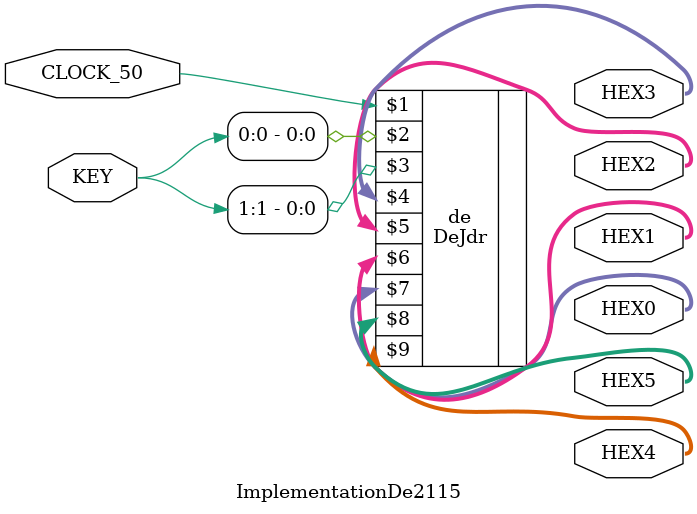
<source format=v>
module ImplementationDe2115(CLOCK_50, KEY, HEX0, HEX1, HEX2, HEX3, HEX4, HEX5);

input CLOCK_50;
input [1:0] KEY;
output [6:0] HEX0, HEX1, HEX2, HEX3, HEX4, HEX5;

DeJdr de(CLOCK_50, KEY[0], KEY[1], HEX3, HEX2, HEX1, HEX0, HEX5, HEX4);

endmodule

</source>
